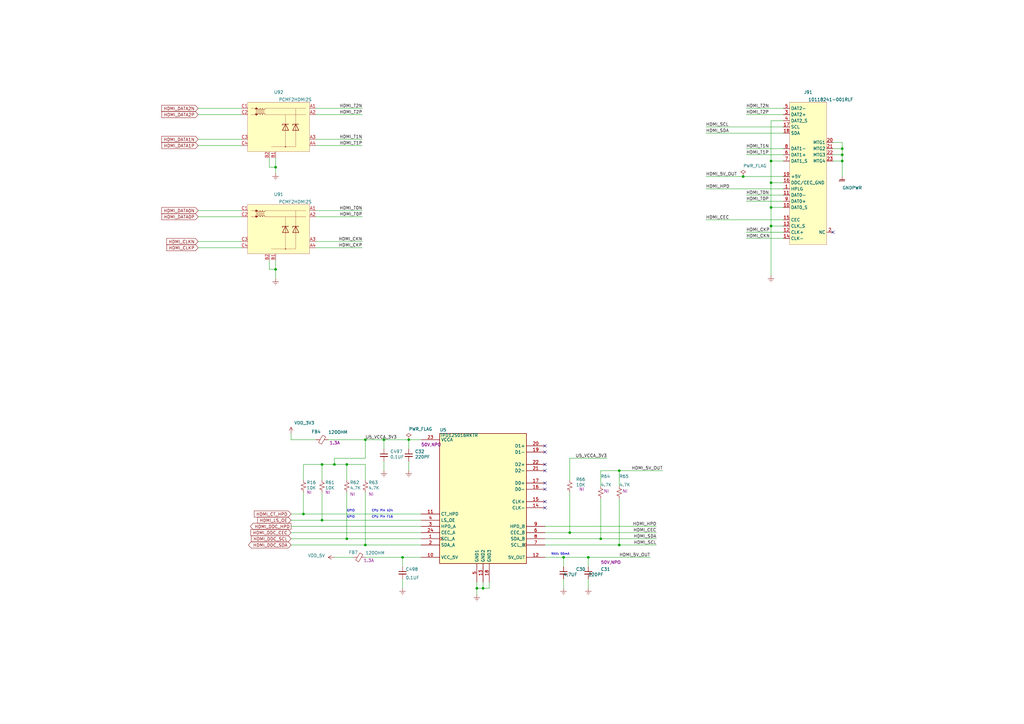
<source format=kicad_sch>
(kicad_sch (version 20210126) (generator eeschema)
  (paper "A3")
  (title_block (title "BeagleBone AI AM57x") (date "2021-01-15") (rev "Kicad-A1") (company "KiCad Services Corporation"))
  (lib_symbols
    (symbol "Device:C_Small" (pin_numbers hide) (pin_names (offset 0.254) hide)
      (property "Reference" "C" (at 0.254 1.778 0))
      (property "Value" "C_Small" (at 0.254 -2.032 0))
      (symbol "C_Small_0_1"
        (polyline (pts (xy -1.524 -0.508) (xy 1.524 -0.508)) (stroke (width 0.3302)))
        (polyline (pts (xy -1.524 0.508) (xy 1.524 0.508)) (stroke (width 0.3048)))
      )
      (symbol "C_Small_1_1"
        (pin passive line (at 0 2.54 270) (length 2.032) (name "~") (number "1"))
        (pin passive line (at 0 -2.54 90) (length 2.032) (name "~") (number "2"))
      )
    )
    (symbol "Device:Ferrite_Bead_Small" (pin_numbers hide) (pin_names (offset 0))
      (property "Reference" "FB" (at 1.905 1.27 0))
      (property "Value" "Ferrite_Bead_Small" (at 1.905 -1.27 0))
      (symbol "Ferrite_Bead_Small_0_1"
        (polyline (pts (xy 0 -1.27) (xy 0 -0.7874)))
        (polyline (pts (xy 0 0.889) (xy 0 1.2954)))
        (polyline (pts (xy -1.8288 0.2794) (xy -1.1176 1.4986) (xy 1.8288 -0.2032) (xy 1.1176 -1.4224) (xy -1.8288 0.2794)))
      )
      (symbol "Ferrite_Bead_Small_1_1"
        (pin passive line (at 0 2.54 270) (length 1.27) (name "~") (number "1"))
        (pin passive line (at 0 -2.54 90) (length 1.27) (name "~") (number "2"))
      )
    )
    (symbol "Device:R_Small_US" (pin_numbers hide) (pin_names (offset 0.254) hide)
      (property "Reference" "R" (at 0.762 0.508 0))
      (property "Value" "R_Small_US" (at 0.762 -1.016 0))
      (symbol "R_Small_US_1_1"
        (polyline (pts (xy 0 0) (xy 1.016 -0.381) (xy 0 -0.762) (xy -1.016 -1.143) (xy 0 -1.524)))
        (polyline (pts (xy 0 1.524) (xy 1.016 1.143) (xy 0 0.762) (xy -1.016 0.381) (xy 0 0)))
        (pin passive line (at 0 2.54 270) (length 1.016) (name "~") (number "1"))
        (pin passive line (at 0 -2.54 90) (length 1.016) (name "~") (number "2"))
      )
    )
    (symbol "beaglebone-ai:10118241-001RLF"
      (property "Reference" "J" (at -6.35 30.48 0))
      (property "Value" "10118241-001RLF" (at 0 -30.48 0))
      (symbol "10118241-001RLF_0_0"
        (pin passive line (at -10.16 -6.35 0) (length 2.54) (name "HPLG") (number "1"))
        (pin passive line (at 10.16 -24.13 180) (length 2.54) (name "NC") (number "2"))
        (pin passive line (at -10.16 24.13 0) (length 2.54) (name "DAT2+") (number "3"))
        (pin passive line (at -10.16 21.59 0) (length 2.54) (name "DAT2_S") (number "4"))
        (pin passive line (at -10.16 26.67 0) (length 2.54) (name "DAT2-") (number "5"))
        (pin passive line (at -10.16 7.62 0) (length 2.54) (name "DAT1+") (number "6"))
        (pin passive line (at -10.16 5.08 0) (length 2.54) (name "DAT1_S") (number "7"))
        (pin passive line (at -10.16 10.16 0) (length 2.54) (name "DAT1-") (number "8"))
        (pin passive line (at -10.16 -11.43 0) (length 2.54) (name "DAT0+") (number "9"))
        (pin passive line (at -10.16 -13.97 0) (length 2.54) (name "DAT0_S") (number "10"))
        (pin passive line (at -10.16 -8.89 0) (length 2.54) (name "DAT0-") (number "11"))
        (pin passive line (at -10.16 -24.13 0) (length 2.54) (name "CLK+") (number "12"))
        (pin passive line (at -10.16 -21.59 0) (length 2.54) (name "CLK_S") (number "13"))
        (pin passive line (at -10.16 -26.67 0) (length 2.54) (name "CLK-") (number "14"))
        (pin passive line (at -10.16 -19.05 0) (length 2.54) (name "CEC") (number "15"))
        (pin passive line (at -10.16 -3.81 0) (length 2.54) (name "DDC/CEC_GND") (number "16"))
        (pin passive line (at -10.16 19.05 0) (length 2.54) (name "SCL") (number "17"))
        (pin passive line (at -10.16 16.51 0) (length 2.54) (name "SDA") (number "18"))
        (pin passive line (at -10.16 -1.27 0) (length 2.54) (name "+5V") (number "19"))
        (pin passive line (at 10.16 12.7 180) (length 2.54) (name "MTG1") (number "20"))
        (pin passive line (at 10.16 10.16 180) (length 2.54) (name "MTG2") (number "21"))
        (pin passive line (at 10.16 7.62 180) (length 2.54) (name "MTG3") (number "22"))
        (pin passive line (at 10.16 5.08 180) (length 2.54) (name "MTG4") (number "23"))
      )
      (symbol "10118241-001RLF_0_1"
        (rectangle (start -7.62 29.21) (end 7.62 -29.21) (stroke (width 0.0006)) (fill (type background)))
      )
    )
    (symbol "beaglebone-ai:PCMF2HDMI2S" (pin_names hide)
      (property "Reference" "U" (at -12.7 11.43 0))
      (property "Value" "PCMF2HDMI2S" (at 12.7 -11.43 0))
      (symbol "PCMF2HDMI2S_0_1"
        (arc (start -8.636 5.08) (end -9.652 5.08) (radius (at -9.144 5.08) (length 0.508) (angles 0.1 179.9)))
        (arc (start -9.652 7.62) (end -8.636 7.62) (radius (at -9.144 7.62) (length 0.508) (angles -179.9 -0.1)))
        (arc (start -7.62 5.08) (end -8.636 5.08) (radius (at -8.128 5.08) (length 0.508) (angles 0.1 179.9)))
        (arc (start -8.636 7.62) (end -7.62 7.62) (radius (at -8.128 7.62) (length 0.508) (angles -179.9 -0.1)))
        (arc (start -6.604 5.08) (end -7.62 5.08) (radius (at -7.112 5.08) (length 0.508) (angles 0.1 179.9)))
        (arc (start -7.62 7.62) (end -6.604 7.62) (radius (at -7.112 7.62) (length 0.508) (angles -179.9 -0.1)))
        (arc (start -5.588 5.08) (end -6.604 5.08) (radius (at -6.096 5.08) (length 0.508) (angles 0.1 179.9)))
        (arc (start -6.604 7.62) (end -5.588 7.62) (radius (at -6.096 7.62) (length 0.508) (angles -179.9 -0.1)))
        (circle (center -9.144 5.08) (radius 0.254) (fill (type outline)))
        (circle (center -9.144 7.62) (radius 0.254) (fill (type outline)))
        (circle (center 2.794 -8.128) (radius 0.1796) (stroke (width 0.0006)) (fill (type outline)))
        (rectangle (start -12.7 10.16) (end 12.7 -10.16) (stroke (width 0.0006)) (fill (type background)))
        (polyline (pts (xy -9.271 6.604) (xy -9.017 6.604)))
        (polyline (pts (xy -9.017 6.096) (xy -9.271 6.096)))
        (polyline (pts (xy -8.763 6.604) (xy -8.509 6.604)))
        (polyline (pts (xy -8.509 6.096) (xy -8.763 6.096)))
        (polyline (pts (xy -8.255 6.604) (xy -8.001 6.604)))
        (polyline (pts (xy -8.001 6.096) (xy -8.255 6.096)))
        (polyline (pts (xy -7.747 6.604) (xy -7.493 6.604)))
        (polyline (pts (xy -7.493 6.096) (xy -7.747 6.096)))
        (polyline (pts (xy -7.239 6.604) (xy -6.985 6.604)))
        (polyline (pts (xy -6.985 6.096) (xy -7.239 6.096)))
        (polyline (pts (xy -6.731 6.604) (xy -6.477 6.604)))
        (polyline (pts (xy -6.477 6.096) (xy -6.731 6.096)))
        (polyline (pts (xy -6.223 6.604) (xy -5.969 6.604)))
        (polyline (pts (xy -5.969 6.096) (xy -6.223 6.096)))
        (polyline (pts (xy -9.652 7.62) (xy -11.43 7.62)) (stroke (width 0.0006)))
        (polyline (pts (xy -9.652 5.08) (xy -11.43 5.08)) (stroke (width 0.0006)))
        (polyline (pts (xy 11.176 5.08) (xy -5.588 5.08)) (stroke (width 0.0006)))
        (polyline (pts (xy 11.176 7.62) (xy -5.588 7.62)) (stroke (width 0.0006)))
        (polyline (pts (xy 6.985 -1.397) (xy 6.985 1.143)))
        (polyline (pts (xy 8.255 1.143) (xy 5.715 1.143) (xy 5.715 0.635)) (stroke (width 0.2032)))
        (polyline (pts (xy 8.255 -1.397) (xy 5.715 -1.397) (xy 6.985 1.143) (xy 8.255 -1.397)) (stroke (width 0.2032)))
        (polyline (pts (xy 4.064 -1.397) (xy 1.524 -1.397) (xy 2.794 1.143) (xy 4.064 -1.397)) (stroke (width 0.2032)))
        (polyline (pts (xy 4.064 1.143) (xy 1.524 1.143) (xy 1.524 0.635)) (stroke (width 0.2032)))
        (polyline (pts (xy 2.794 -1.397) (xy 2.794 1.143)))
        (polyline (pts (xy 2.794 1.143) (xy 2.794 4.953)) (stroke (width 0.0006)))
        (polyline (pts (xy 6.985 1.143) (xy 6.985 7.493)) (stroke (width 0.0006)))
        (polyline (pts (xy 2.794 -1.524) (xy 2.794 -8.128) (xy -3.048 -8.128)) (stroke (width 0.0006)))
        (polyline (pts (xy 6.985 -1.397) (xy 6.985 -8.128) (xy 2.794 -8.128)) (stroke (width 0.0006)))
      )
      (symbol "PCMF2HDMI2S_1_1"
        (pin bidirectional line (at -15.24 7.62 0) (length 2.54) (name "CH2_IN-") (number "C1"))
        (pin bidirectional line (at -15.24 5.08 0) (length 2.54) (name "CH2_IN+") (number "C2"))
        (pin bidirectional line (at -15.24 -5.08 0) (length 2.54) (name "CH1_IN-") (number "C3"))
        (pin bidirectional line (at -15.24 -7.62 0) (length 2.54) (name "CH1_IN+") (number "C4"))
        (pin bidirectional line (at 15.24 -5.08 180) (length 2.54) (name "CH1_OUT-") (number "A3"))
        (pin bidirectional line (at 15.24 7.62 180) (length 2.54) (name "CH2_OUT-") (number "A1"))
        (pin bidirectional line (at 15.24 -7.62 180) (length 2.54) (name "CH1_OUT+") (number "A4"))
        (pin bidirectional line (at 15.24 5.08 180) (length 2.54) (name "CH2_OUT+") (number "A2"))
        (pin power_in line (at -3.81 -12.7 90) (length 2.54) (name "GND_CH2") (number "B2"))
        (pin power_in line (at -1.27 -12.7 90) (length 2.54) (name "GND_CH1") (number "B1"))
      )
    )
    (symbol "beaglebone-ai:PCMF2HDMI2S_1" (pin_names hide)
      (property "Reference" "U" (at -12.7 11.43 0))
      (property "Value" "PCMF2HDMI2S" (at 12.7 -11.43 0))
      (symbol "PCMF2HDMI2S_1_0_1"
        (arc (start -8.636 5.08) (end -9.652 5.08) (radius (at -9.144 5.08) (length 0.508) (angles 0.1 179.9)))
        (arc (start -9.652 7.62) (end -8.636 7.62) (radius (at -9.144 7.62) (length 0.508) (angles -179.9 -0.1)))
        (arc (start -7.62 5.08) (end -8.636 5.08) (radius (at -8.128 5.08) (length 0.508) (angles 0.1 179.9)))
        (arc (start -8.636 7.62) (end -7.62 7.62) (radius (at -8.128 7.62) (length 0.508) (angles -179.9 -0.1)))
        (arc (start -6.604 5.08) (end -7.62 5.08) (radius (at -7.112 5.08) (length 0.508) (angles 0.1 179.9)))
        (arc (start -7.62 7.62) (end -6.604 7.62) (radius (at -7.112 7.62) (length 0.508) (angles -179.9 -0.1)))
        (arc (start -5.588 5.08) (end -6.604 5.08) (radius (at -6.096 5.08) (length 0.508) (angles 0.1 179.9)))
        (arc (start -6.604 7.62) (end -5.588 7.62) (radius (at -6.096 7.62) (length 0.508) (angles -179.9 -0.1)))
        (circle (center -9.144 5.08) (radius 0.254) (fill (type outline)))
        (circle (center -9.144 7.62) (radius 0.254) (fill (type outline)))
        (circle (center 2.794 -8.128) (radius 0.1796) (stroke (width 0.0006)) (fill (type outline)))
        (rectangle (start -12.7 10.16) (end 12.7 -10.16) (stroke (width 0.0006)) (fill (type background)))
        (polyline (pts (xy -9.271 6.604) (xy -9.017 6.604)))
        (polyline (pts (xy -9.017 6.096) (xy -9.271 6.096)))
        (polyline (pts (xy -8.763 6.604) (xy -8.509 6.604)))
        (polyline (pts (xy -8.509 6.096) (xy -8.763 6.096)))
        (polyline (pts (xy -8.255 6.604) (xy -8.001 6.604)))
        (polyline (pts (xy -8.001 6.096) (xy -8.255 6.096)))
        (polyline (pts (xy -7.747 6.604) (xy -7.493 6.604)))
        (polyline (pts (xy -7.493 6.096) (xy -7.747 6.096)))
        (polyline (pts (xy -7.239 6.604) (xy -6.985 6.604)))
        (polyline (pts (xy -6.985 6.096) (xy -7.239 6.096)))
        (polyline (pts (xy -6.731 6.604) (xy -6.477 6.604)))
        (polyline (pts (xy -6.477 6.096) (xy -6.731 6.096)))
        (polyline (pts (xy -6.223 6.604) (xy -5.969 6.604)))
        (polyline (pts (xy -5.969 6.096) (xy -6.223 6.096)))
        (polyline (pts (xy -9.652 7.62) (xy -11.43 7.62)) (stroke (width 0.0006)))
        (polyline (pts (xy -9.652 5.08) (xy -11.43 5.08)) (stroke (width 0.0006)))
        (polyline (pts (xy 11.176 5.08) (xy -5.588 5.08)) (stroke (width 0.0006)))
        (polyline (pts (xy 11.176 7.62) (xy -5.588 7.62)) (stroke (width 0.0006)))
        (polyline (pts (xy 6.985 -1.397) (xy 6.985 1.143)))
        (polyline (pts (xy 8.255 1.143) (xy 5.715 1.143) (xy 5.715 0.635)) (stroke (width 0.2032)))
        (polyline (pts (xy 8.255 -1.397) (xy 5.715 -1.397) (xy 6.985 1.143) (xy 8.255 -1.397)) (stroke (width 0.2032)))
        (polyline (pts (xy 4.064 -1.397) (xy 1.524 -1.397) (xy 2.794 1.143) (xy 4.064 -1.397)) (stroke (width 0.2032)))
        (polyline (pts (xy 4.064 1.143) (xy 1.524 1.143) (xy 1.524 0.635)) (stroke (width 0.2032)))
        (polyline (pts (xy 2.794 -1.397) (xy 2.794 1.143)))
        (polyline (pts (xy 2.794 1.143) (xy 2.794 4.953)) (stroke (width 0.0006)))
        (polyline (pts (xy 6.985 1.143) (xy 6.985 7.493)) (stroke (width 0.0006)))
        (polyline (pts (xy 2.794 -1.524) (xy 2.794 -8.128) (xy -3.048 -8.128)) (stroke (width 0.0006)))
        (polyline (pts (xy 6.985 -1.397) (xy 6.985 -8.128) (xy 2.794 -8.128)) (stroke (width 0.0006)))
      )
      (symbol "PCMF2HDMI2S_1_1_1"
        (pin bidirectional line (at -15.24 7.62 0) (length 2.54) (name "CH2_IN-") (number "C1"))
        (pin bidirectional line (at -15.24 5.08 0) (length 2.54) (name "CH2_IN+") (number "C2"))
        (pin bidirectional line (at -15.24 -5.08 0) (length 2.54) (name "CH1_IN-") (number "C3"))
        (pin bidirectional line (at -15.24 -7.62 0) (length 2.54) (name "CH1_IN+") (number "C4"))
        (pin bidirectional line (at 15.24 -5.08 180) (length 2.54) (name "CH1_OUT-") (number "A3"))
        (pin bidirectional line (at 15.24 7.62 180) (length 2.54) (name "CH2_OUT-") (number "A1"))
        (pin bidirectional line (at 15.24 -7.62 180) (length 2.54) (name "CH1_OUT+") (number "A4"))
        (pin bidirectional line (at 15.24 5.08 180) (length 2.54) (name "CH2_OUT+") (number "A2"))
        (pin power_in line (at -3.81 -12.7 90) (length 2.54) (name "GND_CH2") (number "B2"))
        (pin power_in line (at -1.27 -12.7 90) (length 2.54) (name "GND_CH1") (number "B1"))
      )
    )
    (symbol "beaglebone-ai:TPD12S016"
      (property "Reference" "U" (at 0 0 0))
      (property "Value" "TPD12S016" (at 0 0 0))
      (symbol "TPD12S016_1_0"
        (rectangle (start 35.56 0) (end 0 -53.34) (stroke (width 0.254)) (fill (type background)))
        (pin bidirectional clock (at -7.62 -43.18 0) (length 7.62) (name "SCL_A") (number "1"))
        (pin bidirectional line (at -7.62 -45.72 0) (length 7.62) (name "SDA_A") (number "2"))
        (pin bidirectional line (at -7.62 -40.64 0) (length 7.62) (name "CEC_A") (number "24"))
        (pin output line (at -7.62 -38.1 0) (length 7.62) (name "HPD_A") (number "3"))
        (pin bidirectional line (at 43.18 -40.64 180) (length 7.62) (name "CEC_B") (number "6"))
        (pin input line (at 43.18 -38.1 180) (length 7.62) (name "HPD_B") (number "9"))
        (pin bidirectional clock (at 43.18 -45.72 180) (length 7.62) (name "SCL_B") (number "7"))
        (pin bidirectional line (at 43.18 -43.18 180) (length 7.62) (name "SDA_B") (number "8"))
        (pin power_in line (at -7.62 -2.54 0) (length 7.62) (name "VCCA") (number "23"))
        (pin bidirectional line (at -7.62 -35.56 0) (length 7.62) (name "LS_OE") (number "4"))
        (pin bidirectional line (at -7.62 -33.02 0) (length 7.62) (name "CT_HPD") (number "11"))
        (pin power_in line (at 43.18 -50.8 180) (length 7.62) (name "5V_OUT") (number "12"))
        (pin bidirectional line (at -7.62 -50.8 0) (length 7.62) (name "VCC_5V") (number "10"))
        (pin passive line (at 43.18 -5.08 180) (length 7.62) (name "D1+") (number "20"))
        (pin passive line (at 43.18 -7.62 180) (length 7.62) (name "D1-") (number "19"))
        (pin passive line (at 43.18 -12.7 180) (length 7.62) (name "D2+") (number "22"))
        (pin passive line (at 43.18 -15.24 180) (length 7.62) (name "D2-") (number "21"))
        (pin passive line (at 43.18 -20.32 180) (length 7.62) (name "D0+") (number "17"))
        (pin passive line (at 43.18 -22.86 180) (length 7.62) (name "D0-") (number "16"))
        (pin passive line (at 43.18 -27.94 180) (length 7.62) (name "CLK+") (number "15"))
        (pin passive line (at 43.18 -30.48 180) (length 7.62) (name "CLK-") (number "14"))
        (pin power_in line (at 15.24 -60.96 90) (length 7.62) (name "GND1") (number "5"))
        (pin power_in line (at 20.32 -60.96 90) (length 7.62) (name "GND3") (number "18"))
        (pin power_in line (at 17.78 -60.96 90) (length 7.62) (name "GND2") (number "13"))
      )
    )
    (symbol "beaglebone-ai:VDD_3V3" (power) (pin_names (offset 0))
      (property "Value" "VDD_3V3" (at 0 3.556 0))
      (symbol "VDD_3V3_0_1"
        (polyline (pts (xy -0.762 1.27) (xy 0 2.54)))
        (polyline (pts (xy 0 0) (xy 0 2.54)))
        (polyline (pts (xy 0 2.54) (xy 0.762 1.27)))
      )
      (symbol "VDD_3V3_1_1"
        (pin power_in line (at 0 0 90) (length 0) hide (name "VDD_3V3") (number "1"))
      )
    )
    (symbol "beaglebone-ai:VDD_5V" (power) (pin_names (offset 0))
      (property "Value" "VDD_5V" (at 0 3.556 0))
      (symbol "VDD_5V_0_1"
        (polyline (pts (xy -0.762 1.27) (xy 0 2.54)))
        (polyline (pts (xy 0 0) (xy 0 2.54)))
        (polyline (pts (xy 0 2.54) (xy 0.762 1.27)))
      )
      (symbol "VDD_5V_1_1"
        (pin power_in line (at 0 0 90) (length 0) hide (name "VDD_5V") (number "1"))
      )
    )
    (symbol "power:Earth" (power) (pin_names (offset 0))
      (symbol "Earth_0_1"
        (polyline (pts (xy -0.635 -1.905) (xy 0.635 -1.905)))
        (polyline (pts (xy -0.127 -2.54) (xy 0.127 -2.54)))
        (polyline (pts (xy 0 -1.27) (xy 0 0)))
        (polyline (pts (xy 1.27 -1.27) (xy -1.27 -1.27)))
      )
      (symbol "Earth_1_1"
        (pin power_in line (at 0 0 270) (length 0) hide (name "Earth") (number "1"))
      )
    )
    (symbol "power:GNDPWR" (power) (pin_names (offset 0))
      (property "Value" "GNDPWR" (at 0 -3.302 0))
      (symbol "GNDPWR_0_1"
        (polyline (pts (xy 0 -1.27) (xy 0 0)))
        (polyline (pts (xy -1.016 -1.27) (xy -1.27 -2.032) (xy -1.27 -2.032)) (stroke (width 0.2032)))
        (polyline (pts (xy -0.508 -1.27) (xy -0.762 -2.032) (xy -0.762 -2.032)) (stroke (width 0.2032)))
        (polyline (pts (xy 0 -1.27) (xy -0.254 -2.032) (xy -0.254 -2.032)) (stroke (width 0.2032)))
        (polyline (pts (xy 0.508 -1.27) (xy 0.254 -2.032) (xy 0.254 -2.032)) (stroke (width 0.2032)))
        (polyline (pts (xy 1.016 -1.27) (xy -1.016 -1.27) (xy -1.016 -1.27)) (stroke (width 0.2032)))
        (polyline (pts (xy 1.016 -1.27) (xy 0.762 -2.032) (xy 0.762 -2.032) (xy 0.762 -2.032)) (stroke (width 0.2032)))
      )
      (symbol "GNDPWR_1_1"
        (pin power_in line (at 0 0 270) (length 0) hide (name "GNDPWR") (number "1"))
      )
    )
    (symbol "power:PWR_FLAG" (power) (pin_numbers hide) (pin_names (offset 0) hide)
      (property "Value" "PWR_FLAG" (at 0 3.81 0))
      (symbol "PWR_FLAG_0_0"
        (pin power_out line (at 0 0 90) (length 0) (name "pwr") (number "1"))
      )
      (symbol "PWR_FLAG_0_1"
        (polyline (pts (xy 0 0) (xy 0 1.27) (xy -1.016 1.905) (xy 0 2.54) (xy 1.016 1.905) (xy 0 1.27)))
      )
    )
  )
  (junction (at 113.03 68.58) (diameter 0.9144))
  (junction (at 113.03 110.49) (diameter 0.9144))
  (junction (at 124.46 210.82) (diameter 0.9144))
  (junction (at 132.08 190.5) (diameter 0.9144))
  (junction (at 132.08 213.36) (diameter 0.9144))
  (junction (at 137.16 190.5) (diameter 0.9144))
  (junction (at 142.24 190.5) (diameter 0.9144))
  (junction (at 142.24 220.98) (diameter 0.9144))
  (junction (at 149.86 180.34) (diameter 0.9144))
  (junction (at 149.86 223.52) (diameter 0.9144))
  (junction (at 157.48 180.34) (diameter 0.9144))
  (junction (at 165.1 228.6) (diameter 0.9144))
  (junction (at 167.64 180.34) (diameter 0.9144))
  (junction (at 195.58 241.3) (diameter 0.9144))
  (junction (at 198.12 241.3) (diameter 0.9144))
  (junction (at 231.14 228.6) (diameter 0.9144))
  (junction (at 233.68 218.44) (diameter 0.9144))
  (junction (at 241.3 228.6) (diameter 0.9144))
  (junction (at 246.38 220.98) (diameter 0.9144))
  (junction (at 254 193.04) (diameter 0.9144))
  (junction (at 254 223.52) (diameter 0.9144))
  (junction (at 304.8 72.39) (diameter 0.9144))
  (junction (at 316.23 66.04) (diameter 0.9144))
  (junction (at 316.23 74.93) (diameter 0.9144))
  (junction (at 316.23 85.09) (diameter 0.9144))
  (junction (at 316.23 92.71) (diameter 0.9144))
  (junction (at 345.44 60.96) (diameter 0.9144))
  (junction (at 345.44 63.5) (diameter 0.9144))
  (junction (at 345.44 66.04) (diameter 0.9144))
  (no_connect (at 223.52 182.88))
  (no_connect (at 223.52 185.42))
  (no_connect (at 223.52 190.5))
  (no_connect (at 223.52 193.04))
  (no_connect (at 223.52 198.12))
  (no_connect (at 223.52 200.66))
  (no_connect (at 223.52 205.74))
  (no_connect (at 223.52 208.28))
  (no_connect (at 341.63 95.25))
  (wire (pts (xy 81.28 44.45) (xy 99.06 44.45)))
  (wire (pts (xy 81.28 46.99) (xy 99.06 46.99)))
  (wire (pts (xy 81.28 57.15) (xy 99.06 57.15)))
  (wire (pts (xy 81.28 59.69) (xy 99.06 59.69)))
  (wire (pts (xy 81.28 86.36) (xy 99.06 86.36)))
  (wire (pts (xy 81.28 88.9) (xy 99.06 88.9)))
  (wire (pts (xy 81.28 99.06) (xy 99.06 99.06)))
  (wire (pts (xy 81.28 101.6) (xy 99.06 101.6)))
  (wire (pts (xy 110.49 64.77) (xy 110.49 68.58)))
  (wire (pts (xy 110.49 68.58) (xy 113.03 68.58)))
  (wire (pts (xy 110.49 106.68) (xy 110.49 110.49)))
  (wire (pts (xy 110.49 110.49) (xy 113.03 110.49)))
  (wire (pts (xy 113.03 64.77) (xy 113.03 68.58)))
  (wire (pts (xy 113.03 68.58) (xy 113.03 71.12)))
  (wire (pts (xy 113.03 106.68) (xy 113.03 110.49)))
  (wire (pts (xy 113.03 110.49) (xy 113.03 114.3)))
  (wire (pts (xy 119.38 180.34) (xy 119.38 177.8)))
  (wire (pts (xy 119.38 210.82) (xy 124.46 210.82)))
  (wire (pts (xy 119.38 213.36) (xy 132.08 213.36)))
  (wire (pts (xy 119.38 220.98) (xy 142.24 220.98)))
  (wire (pts (xy 119.38 223.52) (xy 149.86 223.52)))
  (wire (pts (xy 124.46 190.5) (xy 132.08 190.5)))
  (wire (pts (xy 124.46 196.85) (xy 124.46 190.5)))
  (wire (pts (xy 124.46 201.93) (xy 124.46 210.82)))
  (wire (pts (xy 124.46 210.82) (xy 172.72 210.82)))
  (wire (pts (xy 129.54 44.45) (xy 148.59 44.45)))
  (wire (pts (xy 129.54 46.99) (xy 148.59 46.99)))
  (wire (pts (xy 129.54 57.15) (xy 148.59 57.15)))
  (wire (pts (xy 129.54 59.69) (xy 148.59 59.69)))
  (wire (pts (xy 129.54 86.36) (xy 148.59 86.36)))
  (wire (pts (xy 129.54 88.9) (xy 148.59 88.9)))
  (wire (pts (xy 129.54 99.06) (xy 148.59 99.06)))
  (wire (pts (xy 129.54 101.6) (xy 148.59 101.6)))
  (wire (pts (xy 129.54 180.34) (xy 119.38 180.34)))
  (wire (pts (xy 132.08 190.5) (xy 137.16 190.5)))
  (wire (pts (xy 132.08 196.85) (xy 132.08 190.5)))
  (wire (pts (xy 132.08 201.93) (xy 132.08 213.36)))
  (wire (pts (xy 132.08 213.36) (xy 172.72 213.36)))
  (wire (pts (xy 134.62 180.34) (xy 149.86 180.34)))
  (wire (pts (xy 137.16 187.96) (xy 137.16 190.5)))
  (wire (pts (xy 137.16 190.5) (xy 142.24 190.5)))
  (wire (pts (xy 142.24 190.5) (xy 142.24 196.85)))
  (wire (pts (xy 142.24 190.5) (xy 149.86 190.5)))
  (wire (pts (xy 142.24 201.93) (xy 142.24 220.98)))
  (wire (pts (xy 142.24 220.98) (xy 172.72 220.98)))
  (wire (pts (xy 144.78 228.6) (xy 137.16 228.6)))
  (wire (pts (xy 149.86 180.34) (xy 149.86 187.96)))
  (wire (pts (xy 149.86 180.34) (xy 157.48 180.34)))
  (wire (pts (xy 149.86 187.96) (xy 137.16 187.96)))
  (wire (pts (xy 149.86 190.5) (xy 149.86 196.85)))
  (wire (pts (xy 149.86 201.93) (xy 149.86 223.52)))
  (wire (pts (xy 149.86 223.52) (xy 172.72 223.52)))
  (wire (pts (xy 149.86 228.6) (xy 165.1 228.6)))
  (wire (pts (xy 157.48 180.34) (xy 157.48 184.15)))
  (wire (pts (xy 157.48 180.34) (xy 167.64 180.34)))
  (wire (pts (xy 157.48 193.04) (xy 157.48 189.23)))
  (wire (pts (xy 165.1 228.6) (xy 172.72 228.6)))
  (wire (pts (xy 165.1 232.41) (xy 165.1 228.6)))
  (wire (pts (xy 165.1 237.49) (xy 165.1 241.3)))
  (wire (pts (xy 167.64 180.34) (xy 172.72 180.34)))
  (wire (pts (xy 167.64 184.15) (xy 167.64 180.34)))
  (wire (pts (xy 167.64 189.23) (xy 167.64 193.04)))
  (wire (pts (xy 172.72 215.9) (xy 119.38 215.9)))
  (wire (pts (xy 172.72 218.44) (xy 119.38 218.44)))
  (wire (pts (xy 195.58 241.3) (xy 195.58 238.76)))
  (wire (pts (xy 195.58 243.84) (xy 195.58 241.3)))
  (wire (pts (xy 198.12 238.76) (xy 198.12 241.3)))
  (wire (pts (xy 198.12 241.3) (xy 195.58 241.3)))
  (wire (pts (xy 200.66 238.76) (xy 200.66 241.3)))
  (wire (pts (xy 200.66 241.3) (xy 198.12 241.3)))
  (wire (pts (xy 223.52 218.44) (xy 233.68 218.44)))
  (wire (pts (xy 223.52 220.98) (xy 246.38 220.98)))
  (wire (pts (xy 223.52 223.52) (xy 254 223.52)))
  (wire (pts (xy 223.52 228.6) (xy 231.14 228.6)))
  (wire (pts (xy 231.14 228.6) (xy 241.3 228.6)))
  (wire (pts (xy 231.14 232.41) (xy 231.14 228.6)))
  (wire (pts (xy 231.14 237.49) (xy 231.14 241.3)))
  (wire (pts (xy 233.68 187.96) (xy 248.92 187.96)))
  (wire (pts (xy 233.68 196.85) (xy 233.68 187.96)))
  (wire (pts (xy 233.68 201.93) (xy 233.68 218.44)))
  (wire (pts (xy 233.68 218.44) (xy 269.24 218.44)))
  (wire (pts (xy 241.3 228.6) (xy 241.3 232.41)))
  (wire (pts (xy 241.3 228.6) (xy 266.7 228.6)))
  (wire (pts (xy 241.3 237.49) (xy 241.3 241.3)))
  (wire (pts (xy 246.38 193.04) (xy 254 193.04)))
  (wire (pts (xy 246.38 199.39) (xy 246.38 193.04)))
  (wire (pts (xy 246.38 204.47) (xy 246.38 220.98)))
  (wire (pts (xy 246.38 220.98) (xy 269.24 220.98)))
  (wire (pts (xy 254 193.04) (xy 271.78 193.04)))
  (wire (pts (xy 254 199.39) (xy 254 193.04)))
  (wire (pts (xy 254 204.47) (xy 254 223.52)))
  (wire (pts (xy 254 223.52) (xy 269.24 223.52)))
  (wire (pts (xy 269.24 215.9) (xy 223.52 215.9)))
  (wire (pts (xy 289.56 52.07) (xy 321.31 52.07)))
  (wire (pts (xy 289.56 54.61) (xy 321.31 54.61)))
  (wire (pts (xy 289.56 72.39) (xy 304.8 72.39)))
  (wire (pts (xy 289.56 77.47) (xy 321.31 77.47)))
  (wire (pts (xy 289.56 90.17) (xy 321.31 90.17)))
  (wire (pts (xy 304.8 72.39) (xy 321.31 72.39)))
  (wire (pts (xy 306.07 44.45) (xy 321.31 44.45)))
  (wire (pts (xy 306.07 46.99) (xy 321.31 46.99)))
  (wire (pts (xy 306.07 60.96) (xy 321.31 60.96)))
  (wire (pts (xy 306.07 63.5) (xy 321.31 63.5)))
  (wire (pts (xy 306.07 80.01) (xy 321.31 80.01)))
  (wire (pts (xy 306.07 82.55) (xy 321.31 82.55)))
  (wire (pts (xy 306.07 95.25) (xy 321.31 95.25)))
  (wire (pts (xy 306.07 97.79) (xy 321.31 97.79)))
  (wire (pts (xy 316.23 49.53) (xy 316.23 66.04)))
  (wire (pts (xy 316.23 49.53) (xy 321.31 49.53)))
  (wire (pts (xy 316.23 66.04) (xy 316.23 74.93)))
  (wire (pts (xy 316.23 66.04) (xy 321.31 66.04)))
  (wire (pts (xy 316.23 74.93) (xy 316.23 85.09)))
  (wire (pts (xy 316.23 74.93) (xy 321.31 74.93)))
  (wire (pts (xy 316.23 85.09) (xy 316.23 92.71)))
  (wire (pts (xy 316.23 85.09) (xy 321.31 85.09)))
  (wire (pts (xy 316.23 92.71) (xy 316.23 113.03)))
  (wire (pts (xy 316.23 92.71) (xy 321.31 92.71)))
  (wire (pts (xy 341.63 58.42) (xy 345.44 58.42)))
  (wire (pts (xy 341.63 60.96) (xy 345.44 60.96)))
  (wire (pts (xy 341.63 63.5) (xy 345.44 63.5)))
  (wire (pts (xy 341.63 66.04) (xy 345.44 66.04)))
  (wire (pts (xy 345.44 58.42) (xy 345.44 60.96)))
  (wire (pts (xy 345.44 60.96) (xy 345.44 63.5)))
  (wire (pts (xy 345.44 63.5) (xy 345.44 66.04)))
  (wire (pts (xy 345.44 66.04) (xy 345.44 72.39)))
  (text "GPIO" (at 142.24 210.058 180) (effects (font (size 0.889 0.889)) (justify left bottom)))
  (text "GPIO" (at 142.24 212.598 180) (effects (font (size 0.889 0.889)) (justify left bottom)))
  (text "CPU Pin A24" (at 152.4 210.058 180) (effects (font (size 0.889 0.889)) (justify left bottom)))
  (text "CPU Pin F16" (at 152.4 212.598 180) (effects (font (size 0.889 0.889)) (justify left bottom)))
  (text "MAX: 55mA" (at 226.06 227.838 180) (effects (font (size 0.889 0.889)) (justify left bottom)))
  (label "HDMI_T2N" (at 148.59 44.45 180))
  (label "HDMI_T2P" (at 148.59 46.99 180))
  (label "HDMI_T1N" (at 148.59 57.15 180))
  (label "HDMI_T1P" (at 148.59 59.69 180))
  (label "HDMI_T0N" (at 148.59 86.36 180))
  (label "HDMI_T0P" (at 148.59 88.9 180))
  (label "HDMI_CKN" (at 148.59 99.06 180))
  (label "HDMI_CKP" (at 148.59 101.6 180))
  (label "U5_VCCA_3V3" (at 149.86 180.34 0))
  (label "U5_VCCA_3V3" (at 248.92 187.96 180))
  (label "HDMI_5V_OUT" (at 266.7 228.6 180))
  (label "HDMI_HPD" (at 269.24 215.9 180))
  (label "HDMI_CEC" (at 269.24 218.44 180))
  (label "HDMI_SDA" (at 269.24 220.98 180))
  (label "HDMI_SCL" (at 269.24 223.52 180))
  (label "HDMI_5V_OUT" (at 271.78 193.04 180))
  (label "HDMI_SCL" (at 289.56 52.07 0))
  (label "HDMI_SDA" (at 289.56 54.61 0))
  (label "HDMI_5V_OUT" (at 289.56 72.39 0))
  (label "HDMI_HPD" (at 289.56 77.47 0))
  (label "HDMI_CEC" (at 289.56 90.17 0))
  (label "HDMI_T2N" (at 306.07 44.45 0))
  (label "HDMI_T2P" (at 306.07 46.99 0))
  (label "HDMI_T1N" (at 306.07 60.96 0))
  (label "HDMI_T1P" (at 306.07 63.5 0))
  (label "HDMI_T0N" (at 306.07 80.01 0))
  (label "HDMI_T0P" (at 306.07 82.55 0))
  (label "HDMI_CKP" (at 306.07 95.25 0))
  (label "HDMI_CKN" (at 306.07 97.79 0))
  (global_label "HDMI_DATA2N" (shape input) (at 81.28 44.45 180) (property "Intersheet References" "${INTERSHEET_REFS}" (at 64.7639 44.3706 0) (effects (justify right))))
  (global_label "HDMI_DATA2P" (shape input) (at 81.28 46.99 180) (property "Intersheet References" "${INTERSHEET_REFS}" (at 64.8243 46.9106 0) (effects (justify right))))
  (global_label "HDMI_DATA1N" (shape input) (at 81.28 57.15 180) (property "Intersheet References" "${INTERSHEET_REFS}" (at 64.7639 57.0706 0) (effects (justify right))))
  (global_label "HDMI_DATA1P" (shape input) (at 81.28 59.69 180) (property "Intersheet References" "${INTERSHEET_REFS}" (at 64.8243 59.6106 0) (effects (justify right))))
  (global_label "HDMI_DATA0N" (shape input) (at 81.28 86.36 180) (property "Intersheet References" "${INTERSHEET_REFS}" (at 64.7639 86.2806 0) (effects (justify right))))
  (global_label "HDMI_DATA0P" (shape input) (at 81.28 88.9 180) (property "Intersheet References" "${INTERSHEET_REFS}" (at 64.8243 88.8206 0) (effects (justify right))))
  (global_label "HDMI_CLKN" (shape input) (at 81.28 99.06 180) (property "Intersheet References" "${INTERSHEET_REFS}" (at 66.82 98.9806 0) (effects (justify right))))
  (global_label "HDMI_CLKP" (shape input) (at 81.28 101.6 180) (property "Intersheet References" "${INTERSHEET_REFS}" (at 66.8805 101.5206 0) (effects (justify right))))
  (global_label "HDMI_CT_HPD" (shape input) (at 119.38 210.82 180) (property "Intersheet References" "${INTERSHEET_REFS}" (at 102.7429 210.7406 0) (effects (justify right))))
  (global_label "HDMI_LS_OE" (shape input) (at 119.38 213.36 180) (property "Intersheet References" "${INTERSHEET_REFS}" (at 104.1339 213.2806 0) (effects (justify right))))
  (global_label "HDMI_DDC_HPD" (shape output) (at 119.38 215.9 180) (property "Intersheet References" "${INTERSHEET_REFS}" (at 101.1705 215.8206 0) (effects (justify right))))
  (global_label "HDMI_DDC_CEC" (shape input) (at 119.38 218.44 180) (property "Intersheet References" "${INTERSHEET_REFS}" (at 101.3519 218.3606 0) (effects (justify right))))
  (global_label "HDMI_DDC_SCL" (shape input) (at 119.38 220.98 180) (property "Intersheet References" "${INTERSHEET_REFS}" (at 101.5334 220.9006 0) (effects (justify right))))
  (global_label "HDMI_DDC_SDA" (shape bidirectional) (at 119.38 223.52 180) (property "Intersheet References" "${INTERSHEET_REFS}" (at 101.4729 223.4406 0) (effects (justify right))))
  (symbol (lib_id "power:PWR_FLAG") (at 167.64 180.34 0) (unit 1)
    (property "Reference" "#FLG0118" (effects hide))
    (property "Value" "PWR_FLAG" (at 167.64 175.26 0) (effects (justify left top)))
  )
  (symbol (lib_id "power:PWR_FLAG") (at 304.8 72.39 0) (unit 1)
    (property "Reference" "#FLG0122" (effects hide))
    (property "Value" "PWR_FLAG" (at 304.8 67.31 0) (effects (justify left top)))
  )
  (symbol (lib_id "beaglebone-ai:VDD_3V3") (at 119.38 177.8 0) (unit 1)
    (property "Reference" "#PWR0599" (effects hide))
    (property "Value" "VDD_3V3" (at 120.65 172.72 0) (effects (justify left top)))
  )
  (symbol (lib_id "beaglebone-ai:VDD_5V") (at 137.16 228.6 90) (unit 1)
    (property "Reference" "#PWR0600" (effects hide))
    (property "Value" "VDD_5V" (at 133.35 228.6 90) (effects (justify left top)))
  )
  (symbol (lib_id "power:GNDPWR") (at 345.44 72.39 0) (unit 1)
    (property "Reference" "#PWR0525" (effects hide))
    (property "Value" "GNDPWR" (at 345.5035 76.308 0) (effects (justify left top)))
  )
  (symbol (lib_id "power:Earth") (at 113.03 71.12 0) (unit 1)
    (property "Reference" "#PWR0536" (effects hide))
    (property "Value" "Earth" (effects hide))
  )
  (symbol (lib_id "power:Earth") (at 113.03 114.3 0) (unit 1)
    (property "Reference" "#PWR0537" (effects hide))
    (property "Value" "Earth" (effects hide))
  )
  (symbol (lib_id "power:Earth") (at 157.48 193.04 0) (unit 1)
    (property "Reference" "#PWR0602" (effects hide))
    (property "Value" "Earth" (effects hide))
  )
  (symbol (lib_id "power:Earth") (at 165.1 241.3 0) (unit 1)
    (property "Reference" "#PWR0605" (effects hide))
    (property "Value" "Earth" (effects hide))
  )
  (symbol (lib_id "power:Earth") (at 167.64 193.04 0) (unit 1)
    (property "Reference" "#PWR0601" (effects hide))
    (property "Value" "Earth" (effects hide))
  )
  (symbol (lib_id "power:Earth") (at 195.58 243.84 0) (unit 1)
    (property "Reference" "#PWR0606" (effects hide))
    (property "Value" "Earth" (effects hide))
  )
  (symbol (lib_id "power:Earth") (at 231.14 241.3 0) (unit 1)
    (property "Reference" "#PWR0604" (effects hide))
    (property "Value" "Earth" (effects hide))
  )
  (symbol (lib_id "power:Earth") (at 241.3 241.3 0) (unit 1)
    (property "Reference" "#PWR0603" (effects hide))
    (property "Value" "Earth" (effects hide))
  )
  (symbol (lib_id "power:Earth") (at 316.23 113.03 0) (unit 1)
    (property "Reference" "#PWR0532" (effects hide))
    (property "Value" "Earth" (effects hide))
  )
  (symbol (lib_id "Device:R_Small_US") (at 124.46 199.39 0) (unit 1)
    (property "Reference" "R16" (at 125.73 198.628 0) (effects (justify left bottom)))
    (property "Value" "10K" (at 125.73 199.39 0) (effects (justify left top)))
    (property "Footprint" "beaglebone-ai:R0402" (effects hide))
    (property "Rating" "1%" (effects hide))
    (property "Embest PN" "1003001100071" (effects hide))
    (property "Part Type" "Thick Film Resistor" (effects hide))
    (property "Manufacturer" "YAGEO" (effects hide))
    (property "ASSY" "NI" (at 125.73 201.93 0) (effects (justify left)))
    (property "PN" "301010047" (effects hide))
    (property "Temperature" "-55C to 155C" (effects hide))
    (property "Manufacturer P/N" "RC0402FR-0710KL" (effects hide))
  )
  (symbol (lib_id "Device:R_Small_US") (at 132.08 199.39 0) (unit 1)
    (property "Reference" "R61" (at 133.35 198.628 0) (effects (justify left bottom)))
    (property "Value" "10K" (at 133.35 199.39 0) (effects (justify left top)))
    (property "Footprint" "beaglebone-ai:R0402" (effects hide))
    (property "Rating" "1%" (effects hide))
    (property "Embest PN" "1003001100071" (effects hide))
    (property "Part Type" "Thick Film Resistor" (effects hide))
    (property "Manufacturer" "YAGEO" (effects hide))
    (property "ASSY" "NI" (at 133.35 201.93 0) (effects (justify left)))
    (property "PN" "301010047" (effects hide))
    (property "Temperature" "-55C to 155C" (effects hide))
    (property "Manufacturer P/N" "RC0402FR-0710KL" (effects hide))
  )
  (symbol (lib_id "Device:R_Small_US") (at 142.24 199.39 0) (unit 1)
    (property "Reference" "R62" (at 143.51 198.628 0) (effects (justify left bottom)))
    (property "Value" "4.7K" (at 143.51 199.39 0) (effects (justify left top)))
    (property "Footprint" "beaglebone-ai:R0402" (effects hide))
    (property "Rating" "1%" (effects hide))
    (property "Embest PN" "1003001100057" (effects hide))
    (property "Part Type" "Thick Film Resistor" (effects hide))
    (property "Manufacturer" "YAGEO" (effects hide))
    (property "ASSY" "NI" (at 143.51 202.692 0) (effects (justify left)))
    (property "PN" "301010633" (effects hide))
    (property "Temperature" "-55C to 155C" (effects hide))
    (property "Manufacturer P/N" "RC0402FR-074K7L" (effects hide))
  )
  (symbol (lib_id "Device:R_Small_US") (at 149.86 199.39 0) (unit 1)
    (property "Reference" "R63" (at 151.13 198.628 0) (effects (justify left bottom)))
    (property "Value" "4.7K" (at 151.13 199.39 0) (effects (justify left top)))
    (property "Footprint" "beaglebone-ai:R0402" (effects hide))
    (property "Rating" "1%" (effects hide))
    (property "Embest PN" "1003001100057" (effects hide))
    (property "Part Type" "Thick Film Resistor" (effects hide))
    (property "Manufacturer" "YAGEO" (effects hide))
    (property "ASSY" "NI" (at 151.13 202.692 0) (effects (justify left)))
    (property "PN" "301010633" (effects hide))
    (property "Temperature" "-55C to 155C" (effects hide))
    (property "Manufacturer P/N" "RC0402FR-074K7L" (effects hide))
  )
  (symbol (lib_id "Device:R_Small_US") (at 233.68 199.39 0) (unit 1)
    (property "Reference" "R66" (at 236.22 197.358 0) (effects (justify left bottom)))
    (property "Value" "10K" (at 236.22 198.12 0) (effects (justify left top)))
    (property "Footprint" "beaglebone-ai:R0402" (effects hide))
    (property "Rating" "1%" (effects hide))
    (property "Embest PN" "1003001100071" (effects hide))
    (property "Part Type" "Thick Film Resistor" (effects hide))
    (property "Manufacturer" "YAGEO" (effects hide))
    (property "ASSY" "NI" (at 237.49 200.66 0) (effects (justify left)))
    (property "PN" "301010047" (effects hide))
    (property "Temperature" "-55C to 155C" (effects hide))
    (property "Manufacturer P/N" "RC0402FR-0710KL" (effects hide))
  )
  (symbol (lib_id "Device:R_Small_US") (at 246.38 201.93 0) (unit 1)
    (property "Reference" "R64" (at 246.38 196.088 0) (effects (justify left bottom)))
    (property "Value" "4.7K" (at 246.38 198.12 0) (effects (justify left top)))
    (property "Footprint" "beaglebone-ai:R0402" (effects hide))
    (property "Rating" "1%" (effects hide))
    (property "ASSY" "NI" (at 247.65 201.422 0) (effects (justify left)))
    (property "Manufacturer" "YAGEO" (effects hide))
    (property "Part Type" "Thick Film Resistor" (effects hide))
    (property "Embest PN" "1003001100057" (effects hide))
    (property "PN" "301010633" (effects hide))
    (property "Temperature" "-55C to 155C" (effects hide))
    (property "Manufacturer P/N" "RC0402FR-074K7L" (effects hide))
  )
  (symbol (lib_id "Device:R_Small_US") (at 254 201.93 0) (unit 1)
    (property "Reference" "R65" (at 254 196.088 0) (effects (justify left bottom)))
    (property "Value" "4.7K" (at 254 198.12 0) (effects (justify left top)))
    (property "Footprint" "beaglebone-ai:R0402" (effects hide))
    (property "Rating" "1%" (effects hide))
    (property "ASSY" "NI" (at 255.27 201.422 0) (effects (justify left)))
    (property "Manufacturer" "YAGEO" (effects hide))
    (property "Part Type" "Thick Film Resistor" (effects hide))
    (property "Embest PN" "1003001100057" (effects hide))
    (property "PN" "301010633" (effects hide))
    (property "Temperature" "-55C to 155C" (effects hide))
    (property "Manufacturer P/N" "RC0402FR-074K7L" (effects hide))
  )
  (symbol (lib_id "Device:C_Small") (at 157.48 186.69 0) (unit 1)
    (property "Reference" "C497" (at 160.02 185.928 0) (effects (justify left bottom)))
    (property "Value" "0.1UF" (at 160.02 186.69 0) (effects (justify left top)))
    (property "Footprint" "beaglebone-ai:C0402" (effects hide))
    (property "Rating" "16V,X7R" (effects hide))
    (property "Embest PN" "1004001100047" (effects hide))
    (property "Part Type" "Ceramic Capacitor" (effects hide))
    (property "Manufacturer" "YAGEO" (effects hide))
    (property "PN" "302010004" (effects hide))
    (property "Temperature" "-55C to 125C" (effects hide))
    (property "Manufacturer P/N" "CC0402KRX7R7BB104" (effects hide))
  )
  (symbol (lib_id "Device:C_Small") (at 165.1 234.95 0) (unit 1)
    (property "Reference" "C498" (at 166.37 234.188 0) (effects (justify left bottom)))
    (property "Value" "0.1UF" (at 166.37 236.22 0) (effects (justify left top)))
    (property "Footprint" "beaglebone-ai:C0402" (effects hide))
    (property "Rating" "16V,X7R" (effects hide))
    (property "Manufacturer" "YAGEO" (effects hide))
    (property "Part Type" "Ceramic Capacitor" (effects hide))
    (property "Embest PN" "1004001100047" (effects hide))
    (property "PN" "302010004" (effects hide))
    (property "Temperature" "-55C to 125C" (effects hide))
    (property "Manufacturer P/N" "CC0402KRX7R7BB104" (effects hide))
  )
  (symbol (lib_id "Device:C_Small") (at 167.64 186.69 0) (unit 1)
    (property "Reference" "C32" (at 170.18 185.928 0) (effects (justify left bottom)))
    (property "Value" "220PF" (at 170.18 186.69 0) (effects (justify left top)))
    (property "Footprint" "beaglebone-ai:C0402" (effects hide))
    (property "Rating" "50V,NPO" (at 172.72 182.372 0) (effects (justify left)))
    (property "Manufacturer" "YAGEO" (effects hide))
    (property "Part Type" "Ceramic" (effects hide))
    (property "Temperature" "-55C to 125C" (effects hide))
    (property "Embest PN" "302010013" (effects hide))
    (property "PN" "302010013" (effects hide))
    (property "Manufacturer P/N" "CC0402JRNPO9BN221" (effects hide))
  )
  (symbol (lib_id "Device:C_Small") (at 231.14 234.95 0) (unit 1)
    (property "Reference" "C30" (at 236.22 234.188 0) (effects (justify left bottom)))
    (property "Value" "4.7UF" (at 231.14 234.95 0) (effects (justify left top)))
    (property "Footprint" "beaglebone-ai:C0603" (effects hide))
    (property "Rating" "16V,X5R" (effects hide))
    (property "Embest PN" "1004001100127" (effects hide))
    (property "Part Type" "Ceramic Capacitor" (effects hide))
    (property "Manufacturer" "YAGEO" (effects hide))
    (property "PN" "302010408" (effects hide))
    (property "Temperature" "-55C to 85C" (effects hide))
    (property "Manufacturer P/N" "CC0603KRX5R7BB475" (effects hide))
  )
  (symbol (lib_id "Device:C_Small") (at 241.3 234.95 0) (unit 1)
    (property "Reference" "C31" (at 246.38 234.188 0) (effects (justify left bottom)))
    (property "Value" "220PF" (at 241.3 234.95 0) (effects (justify left top)))
    (property "Footprint" "beaglebone-ai:C0402" (effects hide))
    (property "Rating" "50V,NPO" (at 246.38 230.632 0) (effects (justify left)))
    (property "Manufacturer" "YAGEO" (effects hide))
    (property "Part Type" "Ceramic" (effects hide))
    (property "Temperature" "-55C to 125C" (effects hide))
    (property "Embest PN" "302010013" (effects hide))
    (property "PN" "302010013" (effects hide))
    (property "Manufacturer P/N" "CC0402JRNPO9BN221" (effects hide))
  )
  (symbol (lib_id "Device:Ferrite_Bead_Small") (at 132.08 180.34 270) (unit 1)
    (property "Reference" "FB4" (at 127.762 177.8 90) (effects (justify left bottom)))
    (property "Value" "120OHM" (at 134.62 176.53 90) (effects (justify left top)))
    (property "Footprint" "beaglebone-ai:L0402" (effects hide))
    (property "Rating" "1.3A" (at 135.128 181.61 90) (effects (justify left)))
    (property "Manufacturer" "Murata" (effects hide))
    (property "Part Type" "Ferrite Bead" (effects hide))
    (property "Embest PN" "1005005100058" (effects hide))
    (property "PN" "303030040" (effects hide))
    (property "Temperature" "-55C to 125C" (effects hide))
    (property "Description" "Ferrite Bead,120ohm@100MHz,+/-25%,1300mA,90mohm,SMD0402" (effects hide))
    (property "Manufacturer P/N" "BLM15PD121SN1D" (effects hide))
  )
  (symbol (lib_id "Device:Ferrite_Bead_Small") (at 147.32 228.6 270) (unit 1)
    (property "Reference" "FB7" (at 143.002 227.33 90) (effects (justify left bottom)))
    (property "Value" "120OHM" (at 149.86 226.06 90) (effects (justify left top)))
    (property "Footprint" "beaglebone-ai:L0402" (effects hide))
    (property "Rating" "1.3A" (at 149.098 229.87 90) (effects (justify left)))
    (property "Manufacturer" "Murata" (effects hide))
    (property "Part Type" "Ferrite Bead" (effects hide))
    (property "Embest PN" "1005005100058" (effects hide))
    (property "PN" "303030040" (effects hide))
    (property "Temperature" "-55C to 125C" (effects hide))
    (property "Description" "Ferrite Bead,120ohm@100MHz,+/-25%,1300mA,90mohm,SMD0402" (effects hide))
    (property "Manufacturer P/N" "BLM15PD121SN1D" (effects hide))
  )
  (symbol (lib_name "beaglebone-ai:PCMF2HDMI2S_1") (lib_id "beaglebone-ai:PCMF2HDMI2S") (at 114.3 52.07 0) (unit 1)
    (property "Reference" "U92" (at 114.3 37.826 0))
    (property "Value" "PCMF2HDMI2S" (at 114.3 40.1252 0) (effects (justify left top)))
    (property "Footprint" "beaglebone-ai:WLCSP10C40P3X4_117X157X60N" (effects hide))
    (property "Description" "EMI filter with integrated ElectroStatic Discharge protection two differential channels,PCMF2HDMI2S,SMD" (effects hide))
    (property "Manufacturer" "Nexperia" (effects hide))
    (property "Manufacturer P/N" "PCMF2HDMI2S" (effects hide))
  )
  (symbol (lib_id "beaglebone-ai:PCMF2HDMI2S") (at 114.3 93.98 0) (unit 1)
    (property "Reference" "U91" (at 114.3 79.736 0))
    (property "Value" "PCMF2HDMI2S" (at 114.3 82.0352 0) (effects (justify left top)))
    (property "Footprint" "beaglebone-ai:WLCSP10C40P3X4_117X157X60N" (effects hide))
    (property "Description" "EMI filter with integrated ElectroStatic Discharge protection two differential channels,PCMF2HDMI2S,SMD" (effects hide))
    (property "Manufacturer" "Nexperia" (effects hide))
    (property "Manufacturer P/N" "PCMF2HDMI2S" (effects hide))
  )
  (symbol (lib_id "beaglebone-ai:10118241-001RLF") (at 331.47 71.12 0) (unit 1)
    (property "Reference" "J91" (at 331.47 37.827 0))
    (property "Value" "10118241-001RLF" (at 331.47 40.1252 0) (effects (justify left top)))
    (property "Footprint" "beaglebone-ai:HDMIS19_4P4" (effects hide))
    (property "Description" "Connector,HDMI Receptacle, Type D, Right Angle,DIP+ SMT leg" (effects hide))
    (property "Manufacturer P/N" "10118241-001RLF" (effects hide))
    (property "MANUFACTURER" "FCI" (effects hide))
  )
  (symbol (lib_id "beaglebone-ai:TPD12S016") (at 180.34 177.8 0) (unit 1)
    (property "Reference" "U5" (at 180.34 177.038 0) (effects (justify left bottom)))
    (property "Value" "TPD12S016RKTR" (at 180.34 177.8 0) (effects (justify left top)))
    (property "Footprint" "beaglebone-ai:UQFN24_0D4_4X2X0_55MM" (effects hide))
    (property "Manufacturer" "TI" (effects hide))
    (property "CLASS" "IC" (effects hide))
    (property "Embest PN" "310070571" (effects hide))
    (property "Part Type" "HDMI Companion Chip" (effects hide))
    (property "PN" "310070571" (effects hide))
    (property "Temperature" "-40C to 85C" (effects hide))
    (property "Manufacturer P/N" "TPD12S016RKTR" (effects hide))
  )
)
</source>
